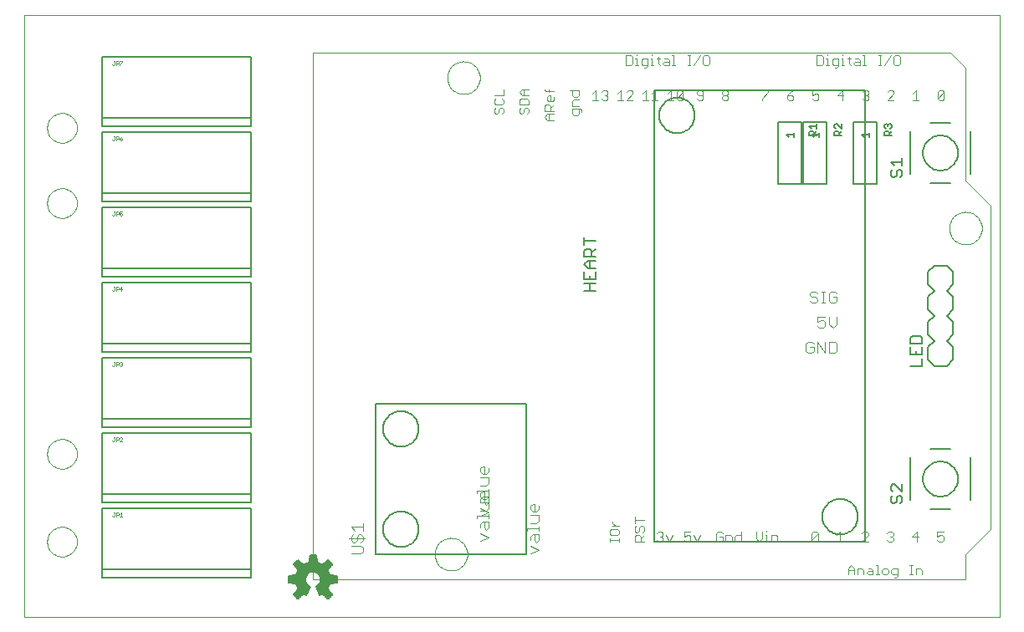
<source format=gbo>
G75*
%MOIN*%
%OFA0B0*%
%FSLAX24Y24*%
%IPPOS*%
%LPD*%
%AMOC8*
5,1,8,0,0,1.08239X$1,22.5*
%
%ADD10C,0.0000*%
%ADD11C,0.0030*%
%ADD12C,0.0080*%
%ADD13C,0.0010*%
%ADD14C,0.0050*%
%ADD15C,0.0040*%
%ADD16C,0.0059*%
D10*
X000180Y000180D02*
X000180Y024176D01*
X039050Y024176D01*
X039050Y000180D01*
X000180Y000180D01*
X001089Y003180D02*
X001091Y003228D01*
X001097Y003276D01*
X001107Y003323D01*
X001120Y003369D01*
X001138Y003414D01*
X001158Y003458D01*
X001183Y003500D01*
X001211Y003539D01*
X001241Y003576D01*
X001275Y003610D01*
X001312Y003642D01*
X001350Y003671D01*
X001391Y003696D01*
X001434Y003718D01*
X001479Y003736D01*
X001525Y003750D01*
X001572Y003761D01*
X001620Y003768D01*
X001668Y003771D01*
X001716Y003770D01*
X001764Y003765D01*
X001812Y003756D01*
X001858Y003744D01*
X001903Y003727D01*
X001947Y003707D01*
X001989Y003684D01*
X002029Y003657D01*
X002067Y003627D01*
X002102Y003594D01*
X002134Y003558D01*
X002164Y003520D01*
X002190Y003479D01*
X002212Y003436D01*
X002232Y003392D01*
X002247Y003347D01*
X002259Y003300D01*
X002267Y003252D01*
X002271Y003204D01*
X002271Y003156D01*
X002267Y003108D01*
X002259Y003060D01*
X002247Y003013D01*
X002232Y002968D01*
X002212Y002924D01*
X002190Y002881D01*
X002164Y002840D01*
X002134Y002802D01*
X002102Y002766D01*
X002067Y002733D01*
X002029Y002703D01*
X001989Y002676D01*
X001947Y002653D01*
X001903Y002633D01*
X001858Y002616D01*
X001812Y002604D01*
X001764Y002595D01*
X001716Y002590D01*
X001668Y002589D01*
X001620Y002592D01*
X001572Y002599D01*
X001525Y002610D01*
X001479Y002624D01*
X001434Y002642D01*
X001391Y002664D01*
X001350Y002689D01*
X001312Y002718D01*
X001275Y002750D01*
X001241Y002784D01*
X001211Y002821D01*
X001183Y002860D01*
X001158Y002902D01*
X001138Y002946D01*
X001120Y002991D01*
X001107Y003037D01*
X001097Y003084D01*
X001091Y003132D01*
X001089Y003180D01*
X001089Y006680D02*
X001091Y006728D01*
X001097Y006776D01*
X001107Y006823D01*
X001120Y006869D01*
X001138Y006914D01*
X001158Y006958D01*
X001183Y007000D01*
X001211Y007039D01*
X001241Y007076D01*
X001275Y007110D01*
X001312Y007142D01*
X001350Y007171D01*
X001391Y007196D01*
X001434Y007218D01*
X001479Y007236D01*
X001525Y007250D01*
X001572Y007261D01*
X001620Y007268D01*
X001668Y007271D01*
X001716Y007270D01*
X001764Y007265D01*
X001812Y007256D01*
X001858Y007244D01*
X001903Y007227D01*
X001947Y007207D01*
X001989Y007184D01*
X002029Y007157D01*
X002067Y007127D01*
X002102Y007094D01*
X002134Y007058D01*
X002164Y007020D01*
X002190Y006979D01*
X002212Y006936D01*
X002232Y006892D01*
X002247Y006847D01*
X002259Y006800D01*
X002267Y006752D01*
X002271Y006704D01*
X002271Y006656D01*
X002267Y006608D01*
X002259Y006560D01*
X002247Y006513D01*
X002232Y006468D01*
X002212Y006424D01*
X002190Y006381D01*
X002164Y006340D01*
X002134Y006302D01*
X002102Y006266D01*
X002067Y006233D01*
X002029Y006203D01*
X001989Y006176D01*
X001947Y006153D01*
X001903Y006133D01*
X001858Y006116D01*
X001812Y006104D01*
X001764Y006095D01*
X001716Y006090D01*
X001668Y006089D01*
X001620Y006092D01*
X001572Y006099D01*
X001525Y006110D01*
X001479Y006124D01*
X001434Y006142D01*
X001391Y006164D01*
X001350Y006189D01*
X001312Y006218D01*
X001275Y006250D01*
X001241Y006284D01*
X001211Y006321D01*
X001183Y006360D01*
X001158Y006402D01*
X001138Y006446D01*
X001120Y006491D01*
X001107Y006537D01*
X001097Y006584D01*
X001091Y006632D01*
X001089Y006680D01*
X011680Y001680D02*
X011680Y022680D01*
X037080Y022680D01*
X037680Y022080D01*
X037680Y017580D01*
X038680Y016580D01*
X038680Y003680D01*
X037680Y002680D01*
X037680Y001680D01*
X011680Y001680D01*
X016530Y002680D02*
X016532Y002730D01*
X016538Y002780D01*
X016548Y002830D01*
X016561Y002878D01*
X016578Y002926D01*
X016599Y002972D01*
X016623Y003016D01*
X016651Y003058D01*
X016682Y003098D01*
X016716Y003135D01*
X016753Y003170D01*
X016792Y003201D01*
X016833Y003230D01*
X016877Y003255D01*
X016923Y003277D01*
X016970Y003295D01*
X017018Y003309D01*
X017067Y003320D01*
X017117Y003327D01*
X017167Y003330D01*
X017218Y003329D01*
X017268Y003324D01*
X017318Y003315D01*
X017366Y003303D01*
X017414Y003286D01*
X017460Y003266D01*
X017505Y003243D01*
X017548Y003216D01*
X017588Y003186D01*
X017626Y003153D01*
X017661Y003117D01*
X017694Y003078D01*
X017723Y003037D01*
X017749Y002994D01*
X017772Y002949D01*
X017791Y002902D01*
X017806Y002854D01*
X017818Y002805D01*
X017826Y002755D01*
X017830Y002705D01*
X017830Y002655D01*
X017826Y002605D01*
X017818Y002555D01*
X017806Y002506D01*
X017791Y002458D01*
X017772Y002411D01*
X017749Y002366D01*
X017723Y002323D01*
X017694Y002282D01*
X017661Y002243D01*
X017626Y002207D01*
X017588Y002174D01*
X017548Y002144D01*
X017505Y002117D01*
X017460Y002094D01*
X017414Y002074D01*
X017366Y002057D01*
X017318Y002045D01*
X017268Y002036D01*
X017218Y002031D01*
X017167Y002030D01*
X017117Y002033D01*
X017067Y002040D01*
X017018Y002051D01*
X016970Y002065D01*
X016923Y002083D01*
X016877Y002105D01*
X016833Y002130D01*
X016792Y002159D01*
X016753Y002190D01*
X016716Y002225D01*
X016682Y002262D01*
X016651Y002302D01*
X016623Y002344D01*
X016599Y002388D01*
X016578Y002434D01*
X016561Y002482D01*
X016548Y002530D01*
X016538Y002580D01*
X016532Y002630D01*
X016530Y002680D01*
X037030Y015680D02*
X037032Y015730D01*
X037038Y015780D01*
X037048Y015830D01*
X037061Y015878D01*
X037078Y015926D01*
X037099Y015972D01*
X037123Y016016D01*
X037151Y016058D01*
X037182Y016098D01*
X037216Y016135D01*
X037253Y016170D01*
X037292Y016201D01*
X037333Y016230D01*
X037377Y016255D01*
X037423Y016277D01*
X037470Y016295D01*
X037518Y016309D01*
X037567Y016320D01*
X037617Y016327D01*
X037667Y016330D01*
X037718Y016329D01*
X037768Y016324D01*
X037818Y016315D01*
X037866Y016303D01*
X037914Y016286D01*
X037960Y016266D01*
X038005Y016243D01*
X038048Y016216D01*
X038088Y016186D01*
X038126Y016153D01*
X038161Y016117D01*
X038194Y016078D01*
X038223Y016037D01*
X038249Y015994D01*
X038272Y015949D01*
X038291Y015902D01*
X038306Y015854D01*
X038318Y015805D01*
X038326Y015755D01*
X038330Y015705D01*
X038330Y015655D01*
X038326Y015605D01*
X038318Y015555D01*
X038306Y015506D01*
X038291Y015458D01*
X038272Y015411D01*
X038249Y015366D01*
X038223Y015323D01*
X038194Y015282D01*
X038161Y015243D01*
X038126Y015207D01*
X038088Y015174D01*
X038048Y015144D01*
X038005Y015117D01*
X037960Y015094D01*
X037914Y015074D01*
X037866Y015057D01*
X037818Y015045D01*
X037768Y015036D01*
X037718Y015031D01*
X037667Y015030D01*
X037617Y015033D01*
X037567Y015040D01*
X037518Y015051D01*
X037470Y015065D01*
X037423Y015083D01*
X037377Y015105D01*
X037333Y015130D01*
X037292Y015159D01*
X037253Y015190D01*
X037216Y015225D01*
X037182Y015262D01*
X037151Y015302D01*
X037123Y015344D01*
X037099Y015388D01*
X037078Y015434D01*
X037061Y015482D01*
X037048Y015530D01*
X037038Y015580D01*
X037032Y015630D01*
X037030Y015680D01*
X017030Y021680D02*
X017032Y021730D01*
X017038Y021780D01*
X017048Y021830D01*
X017061Y021878D01*
X017078Y021926D01*
X017099Y021972D01*
X017123Y022016D01*
X017151Y022058D01*
X017182Y022098D01*
X017216Y022135D01*
X017253Y022170D01*
X017292Y022201D01*
X017333Y022230D01*
X017377Y022255D01*
X017423Y022277D01*
X017470Y022295D01*
X017518Y022309D01*
X017567Y022320D01*
X017617Y022327D01*
X017667Y022330D01*
X017718Y022329D01*
X017768Y022324D01*
X017818Y022315D01*
X017866Y022303D01*
X017914Y022286D01*
X017960Y022266D01*
X018005Y022243D01*
X018048Y022216D01*
X018088Y022186D01*
X018126Y022153D01*
X018161Y022117D01*
X018194Y022078D01*
X018223Y022037D01*
X018249Y021994D01*
X018272Y021949D01*
X018291Y021902D01*
X018306Y021854D01*
X018318Y021805D01*
X018326Y021755D01*
X018330Y021705D01*
X018330Y021655D01*
X018326Y021605D01*
X018318Y021555D01*
X018306Y021506D01*
X018291Y021458D01*
X018272Y021411D01*
X018249Y021366D01*
X018223Y021323D01*
X018194Y021282D01*
X018161Y021243D01*
X018126Y021207D01*
X018088Y021174D01*
X018048Y021144D01*
X018005Y021117D01*
X017960Y021094D01*
X017914Y021074D01*
X017866Y021057D01*
X017818Y021045D01*
X017768Y021036D01*
X017718Y021031D01*
X017667Y021030D01*
X017617Y021033D01*
X017567Y021040D01*
X017518Y021051D01*
X017470Y021065D01*
X017423Y021083D01*
X017377Y021105D01*
X017333Y021130D01*
X017292Y021159D01*
X017253Y021190D01*
X017216Y021225D01*
X017182Y021262D01*
X017151Y021302D01*
X017123Y021344D01*
X017099Y021388D01*
X017078Y021434D01*
X017061Y021482D01*
X017048Y021530D01*
X017038Y021580D01*
X017032Y021630D01*
X017030Y021680D01*
X001089Y019680D02*
X001091Y019728D01*
X001097Y019776D01*
X001107Y019823D01*
X001120Y019869D01*
X001138Y019914D01*
X001158Y019958D01*
X001183Y020000D01*
X001211Y020039D01*
X001241Y020076D01*
X001275Y020110D01*
X001312Y020142D01*
X001350Y020171D01*
X001391Y020196D01*
X001434Y020218D01*
X001479Y020236D01*
X001525Y020250D01*
X001572Y020261D01*
X001620Y020268D01*
X001668Y020271D01*
X001716Y020270D01*
X001764Y020265D01*
X001812Y020256D01*
X001858Y020244D01*
X001903Y020227D01*
X001947Y020207D01*
X001989Y020184D01*
X002029Y020157D01*
X002067Y020127D01*
X002102Y020094D01*
X002134Y020058D01*
X002164Y020020D01*
X002190Y019979D01*
X002212Y019936D01*
X002232Y019892D01*
X002247Y019847D01*
X002259Y019800D01*
X002267Y019752D01*
X002271Y019704D01*
X002271Y019656D01*
X002267Y019608D01*
X002259Y019560D01*
X002247Y019513D01*
X002232Y019468D01*
X002212Y019424D01*
X002190Y019381D01*
X002164Y019340D01*
X002134Y019302D01*
X002102Y019266D01*
X002067Y019233D01*
X002029Y019203D01*
X001989Y019176D01*
X001947Y019153D01*
X001903Y019133D01*
X001858Y019116D01*
X001812Y019104D01*
X001764Y019095D01*
X001716Y019090D01*
X001668Y019089D01*
X001620Y019092D01*
X001572Y019099D01*
X001525Y019110D01*
X001479Y019124D01*
X001434Y019142D01*
X001391Y019164D01*
X001350Y019189D01*
X001312Y019218D01*
X001275Y019250D01*
X001241Y019284D01*
X001211Y019321D01*
X001183Y019360D01*
X001158Y019402D01*
X001138Y019446D01*
X001120Y019491D01*
X001107Y019537D01*
X001097Y019584D01*
X001091Y019632D01*
X001089Y019680D01*
X001089Y016680D02*
X001091Y016728D01*
X001097Y016776D01*
X001107Y016823D01*
X001120Y016869D01*
X001138Y016914D01*
X001158Y016958D01*
X001183Y017000D01*
X001211Y017039D01*
X001241Y017076D01*
X001275Y017110D01*
X001312Y017142D01*
X001350Y017171D01*
X001391Y017196D01*
X001434Y017218D01*
X001479Y017236D01*
X001525Y017250D01*
X001572Y017261D01*
X001620Y017268D01*
X001668Y017271D01*
X001716Y017270D01*
X001764Y017265D01*
X001812Y017256D01*
X001858Y017244D01*
X001903Y017227D01*
X001947Y017207D01*
X001989Y017184D01*
X002029Y017157D01*
X002067Y017127D01*
X002102Y017094D01*
X002134Y017058D01*
X002164Y017020D01*
X002190Y016979D01*
X002212Y016936D01*
X002232Y016892D01*
X002247Y016847D01*
X002259Y016800D01*
X002267Y016752D01*
X002271Y016704D01*
X002271Y016656D01*
X002267Y016608D01*
X002259Y016560D01*
X002247Y016513D01*
X002232Y016468D01*
X002212Y016424D01*
X002190Y016381D01*
X002164Y016340D01*
X002134Y016302D01*
X002102Y016266D01*
X002067Y016233D01*
X002029Y016203D01*
X001989Y016176D01*
X001947Y016153D01*
X001903Y016133D01*
X001858Y016116D01*
X001812Y016104D01*
X001764Y016095D01*
X001716Y016090D01*
X001668Y016089D01*
X001620Y016092D01*
X001572Y016099D01*
X001525Y016110D01*
X001479Y016124D01*
X001434Y016142D01*
X001391Y016164D01*
X001350Y016189D01*
X001312Y016218D01*
X001275Y016250D01*
X001241Y016284D01*
X001211Y016321D01*
X001183Y016360D01*
X001158Y016402D01*
X001138Y016446D01*
X001120Y016491D01*
X001107Y016537D01*
X001097Y016584D01*
X001091Y016632D01*
X001089Y016680D01*
D11*
X018895Y020302D02*
X018956Y020240D01*
X019018Y020240D01*
X019080Y020302D01*
X019080Y020425D01*
X019142Y020487D01*
X019203Y020487D01*
X019265Y020425D01*
X019265Y020302D01*
X019203Y020240D01*
X018895Y020302D02*
X018895Y020425D01*
X018956Y020487D01*
X018956Y020608D02*
X019203Y020608D01*
X019265Y020670D01*
X019265Y020794D01*
X019203Y020855D01*
X019265Y020977D02*
X019265Y021224D01*
X019265Y020977D02*
X018895Y020977D01*
X018956Y020855D02*
X018895Y020794D01*
X018895Y020670D01*
X018956Y020608D01*
X019895Y020608D02*
X019895Y020794D01*
X019956Y020855D01*
X020203Y020855D01*
X020265Y020794D01*
X020265Y020608D01*
X019895Y020608D01*
X019956Y020487D02*
X019895Y020425D01*
X019895Y020302D01*
X019956Y020240D01*
X020018Y020240D01*
X020080Y020302D01*
X020080Y020425D01*
X020142Y020487D01*
X020203Y020487D01*
X020265Y020425D01*
X020265Y020302D01*
X020203Y020240D01*
X020895Y020118D02*
X021018Y020241D01*
X021265Y020241D01*
X021265Y020363D02*
X020895Y020363D01*
X020895Y020548D01*
X020956Y020610D01*
X021080Y020610D01*
X021142Y020548D01*
X021142Y020363D01*
X021142Y020486D02*
X021265Y020610D01*
X021203Y020731D02*
X021080Y020731D01*
X021018Y020793D01*
X021018Y020916D01*
X021080Y020978D01*
X021142Y020978D01*
X021142Y020731D01*
X021203Y020731D02*
X021265Y020793D01*
X021265Y020916D01*
X021265Y021161D02*
X020956Y021161D01*
X020895Y021223D01*
X021080Y021223D02*
X021080Y021099D01*
X021895Y021174D02*
X022265Y021174D01*
X022265Y020988D01*
X022203Y020927D01*
X022080Y020927D01*
X022018Y020988D01*
X022018Y021174D01*
X022080Y020805D02*
X022018Y020744D01*
X022018Y020558D01*
X022265Y020558D01*
X022265Y020437D02*
X022265Y020252D01*
X022203Y020190D01*
X022080Y020190D01*
X022018Y020252D01*
X022018Y020437D01*
X022327Y020437D01*
X022388Y020375D01*
X022388Y020313D01*
X022265Y020805D02*
X022080Y020805D01*
X022808Y020795D02*
X023055Y020795D01*
X022932Y020795D02*
X022932Y021165D01*
X022808Y021042D01*
X023177Y021104D02*
X023238Y021165D01*
X023362Y021165D01*
X023424Y021104D01*
X023424Y021042D01*
X023362Y020980D01*
X023424Y020918D01*
X023424Y020857D01*
X023362Y020795D01*
X023238Y020795D01*
X023177Y020857D01*
X023300Y020980D02*
X023362Y020980D01*
X023808Y021042D02*
X023932Y021165D01*
X023932Y020795D01*
X024055Y020795D02*
X023808Y020795D01*
X024177Y020795D02*
X024424Y021042D01*
X024424Y021104D01*
X024362Y021165D01*
X024238Y021165D01*
X024177Y021104D01*
X024177Y020795D02*
X024424Y020795D01*
X024808Y020795D02*
X025055Y020795D01*
X025177Y020795D02*
X025424Y020795D01*
X025300Y020795D02*
X025300Y021165D01*
X025177Y021042D01*
X024932Y021165D02*
X024932Y020795D01*
X024808Y021042D02*
X024932Y021165D01*
X025808Y021042D02*
X025932Y021165D01*
X025932Y020795D01*
X026055Y020795D02*
X025808Y020795D01*
X026177Y020857D02*
X026177Y021104D01*
X026238Y021165D01*
X026362Y021165D01*
X026424Y021104D01*
X026177Y020857D01*
X026238Y020795D01*
X026362Y020795D01*
X026424Y020857D01*
X026424Y021104D01*
X026977Y021104D02*
X026977Y021042D01*
X027038Y020980D01*
X027224Y020980D01*
X027224Y020857D02*
X027224Y021104D01*
X027162Y021165D01*
X027038Y021165D01*
X026977Y021104D01*
X026977Y020857D02*
X027038Y020795D01*
X027162Y020795D01*
X027224Y020857D01*
X027977Y020857D02*
X027977Y020918D01*
X028038Y020980D01*
X028162Y020980D01*
X028224Y020918D01*
X028224Y020857D01*
X028162Y020795D01*
X028038Y020795D01*
X027977Y020857D01*
X028038Y020980D02*
X027977Y021042D01*
X027977Y021104D01*
X028038Y021165D01*
X028162Y021165D01*
X028224Y021104D01*
X028224Y021042D01*
X028162Y020980D01*
X029577Y020857D02*
X029577Y020795D01*
X029577Y020857D02*
X029824Y021104D01*
X029824Y021165D01*
X029577Y021165D01*
X030577Y020980D02*
X030577Y020857D01*
X030638Y020795D01*
X030762Y020795D01*
X030824Y020857D01*
X030824Y020918D01*
X030762Y020980D01*
X030577Y020980D01*
X030700Y021104D01*
X030824Y021165D01*
X031577Y021165D02*
X031577Y020980D01*
X031700Y021042D01*
X031762Y021042D01*
X031824Y020980D01*
X031824Y020857D01*
X031762Y020795D01*
X031638Y020795D01*
X031577Y020857D01*
X031577Y021165D02*
X031824Y021165D01*
X032577Y020980D02*
X032824Y020980D01*
X032762Y020795D02*
X032762Y021165D01*
X032577Y020980D01*
X033577Y020857D02*
X033638Y020795D01*
X033762Y020795D01*
X033824Y020857D01*
X033824Y020918D01*
X033762Y020980D01*
X033700Y020980D01*
X033762Y020980D02*
X033824Y021042D01*
X033824Y021104D01*
X033762Y021165D01*
X033638Y021165D01*
X033577Y021104D01*
X034577Y021104D02*
X034638Y021165D01*
X034762Y021165D01*
X034824Y021104D01*
X034824Y021042D01*
X034577Y020795D01*
X034824Y020795D01*
X035577Y020795D02*
X035824Y020795D01*
X035700Y020795D02*
X035700Y021165D01*
X035577Y021042D01*
X036577Y021104D02*
X036577Y020857D01*
X036824Y021104D01*
X036824Y020857D01*
X036762Y020795D01*
X036638Y020795D01*
X036577Y020857D01*
X036577Y021104D02*
X036638Y021165D01*
X036762Y021165D01*
X036824Y021104D01*
X035061Y022257D02*
X034999Y022195D01*
X034876Y022195D01*
X034814Y022257D01*
X034814Y022504D01*
X034876Y022565D01*
X034999Y022565D01*
X035061Y022504D01*
X035061Y022257D01*
X034693Y022565D02*
X034446Y022195D01*
X034324Y022195D02*
X034200Y022195D01*
X034262Y022195D02*
X034262Y022565D01*
X034200Y022565D02*
X034324Y022565D01*
X033648Y022565D02*
X033648Y022195D01*
X033587Y022195D02*
X033710Y022195D01*
X033465Y022195D02*
X033280Y022195D01*
X033218Y022257D01*
X033280Y022318D01*
X033465Y022318D01*
X033465Y022380D02*
X033465Y022195D01*
X033465Y022380D02*
X033403Y022442D01*
X033280Y022442D01*
X033096Y022442D02*
X032973Y022442D01*
X033034Y022504D02*
X033034Y022257D01*
X033096Y022195D01*
X032851Y022195D02*
X032727Y022195D01*
X032789Y022195D02*
X032789Y022442D01*
X032727Y022442D01*
X032606Y022442D02*
X032421Y022442D01*
X032359Y022380D01*
X032359Y022257D01*
X032421Y022195D01*
X032606Y022195D01*
X032606Y022133D02*
X032606Y022442D01*
X032789Y022565D02*
X032789Y022627D01*
X032606Y022133D02*
X032544Y022072D01*
X032482Y022072D01*
X032237Y022195D02*
X032113Y022195D01*
X032175Y022195D02*
X032175Y022442D01*
X032113Y022442D01*
X031992Y022504D02*
X031930Y022565D01*
X031745Y022565D01*
X031745Y022195D01*
X031930Y022195D01*
X031992Y022257D01*
X031992Y022504D01*
X032175Y022565D02*
X032175Y022627D01*
X033587Y022565D02*
X033648Y022565D01*
X027461Y022504D02*
X027461Y022257D01*
X027399Y022195D01*
X027276Y022195D01*
X027214Y022257D01*
X027214Y022504D01*
X027276Y022565D01*
X027399Y022565D01*
X027461Y022504D01*
X027093Y022565D02*
X026846Y022195D01*
X026724Y022195D02*
X026600Y022195D01*
X026662Y022195D02*
X026662Y022565D01*
X026600Y022565D02*
X026724Y022565D01*
X026048Y022565D02*
X026048Y022195D01*
X025987Y022195D02*
X026110Y022195D01*
X025865Y022195D02*
X025680Y022195D01*
X025618Y022257D01*
X025680Y022318D01*
X025865Y022318D01*
X025865Y022380D02*
X025865Y022195D01*
X025865Y022380D02*
X025803Y022442D01*
X025680Y022442D01*
X025496Y022442D02*
X025373Y022442D01*
X025434Y022504D02*
X025434Y022257D01*
X025496Y022195D01*
X025251Y022195D02*
X025127Y022195D01*
X025189Y022195D02*
X025189Y022442D01*
X025127Y022442D01*
X025006Y022442D02*
X024821Y022442D01*
X024759Y022380D01*
X024759Y022257D01*
X024821Y022195D01*
X025006Y022195D01*
X025006Y022133D02*
X025006Y022442D01*
X025189Y022565D02*
X025189Y022627D01*
X024575Y022627D02*
X024575Y022565D01*
X024575Y022442D02*
X024575Y022195D01*
X024513Y022195D02*
X024637Y022195D01*
X024392Y022257D02*
X024392Y022504D01*
X024330Y022565D01*
X024145Y022565D01*
X024145Y022195D01*
X024330Y022195D01*
X024392Y022257D01*
X024513Y022442D02*
X024575Y022442D01*
X024882Y022072D02*
X024944Y022072D01*
X025006Y022133D01*
X025987Y022565D02*
X026048Y022565D01*
X021265Y019995D02*
X021018Y019995D01*
X020895Y020118D01*
X021080Y019995D02*
X021080Y020241D01*
X020265Y020977D02*
X020018Y020977D01*
X019895Y021100D01*
X020018Y021224D01*
X020265Y021224D01*
X020080Y021224D02*
X020080Y020977D01*
X024495Y004175D02*
X024495Y003928D01*
X024495Y004051D02*
X024865Y004051D01*
X024803Y003806D02*
X024742Y003806D01*
X024680Y003744D01*
X024680Y003621D01*
X024618Y003559D01*
X024556Y003559D01*
X024495Y003621D01*
X024495Y003744D01*
X024556Y003806D01*
X024803Y003806D02*
X024865Y003744D01*
X024865Y003621D01*
X024803Y003559D01*
X024865Y003438D02*
X024742Y003314D01*
X024742Y003376D02*
X024742Y003191D01*
X024865Y003191D02*
X024495Y003191D01*
X024495Y003376D01*
X024556Y003438D01*
X024680Y003438D01*
X024742Y003376D01*
X025377Y003257D02*
X025439Y003195D01*
X025562Y003195D01*
X025624Y003257D01*
X025624Y003318D01*
X025562Y003380D01*
X025500Y003380D01*
X025562Y003380D02*
X025624Y003442D01*
X025624Y003504D01*
X025562Y003565D01*
X025439Y003565D01*
X025377Y003504D01*
X025745Y003442D02*
X025869Y003195D01*
X025992Y003442D01*
X026477Y003380D02*
X026600Y003442D01*
X026662Y003442D01*
X026724Y003380D01*
X026724Y003257D01*
X026662Y003195D01*
X026539Y003195D01*
X026477Y003257D01*
X026477Y003380D02*
X026477Y003565D01*
X026724Y003565D01*
X026845Y003442D02*
X026969Y003195D01*
X027092Y003442D01*
X027749Y003504D02*
X027749Y003257D01*
X027811Y003195D01*
X027934Y003195D01*
X027996Y003257D01*
X027996Y003380D01*
X027872Y003380D01*
X027749Y003504D02*
X027811Y003565D01*
X027934Y003565D01*
X027996Y003504D01*
X028117Y003442D02*
X028302Y003442D01*
X028364Y003380D01*
X028364Y003195D01*
X028486Y003257D02*
X028486Y003380D01*
X028547Y003442D01*
X028732Y003442D01*
X028732Y003565D02*
X028732Y003195D01*
X028547Y003195D01*
X028486Y003257D01*
X028117Y003195D02*
X028117Y003442D01*
X029327Y003565D02*
X029327Y003318D01*
X029450Y003195D01*
X029574Y003318D01*
X029574Y003565D01*
X029695Y003442D02*
X029757Y003442D01*
X029757Y003195D01*
X029695Y003195D02*
X029819Y003195D01*
X029941Y003195D02*
X029941Y003442D01*
X030126Y003442D01*
X030188Y003380D01*
X030188Y003195D01*
X029757Y003565D02*
X029757Y003627D01*
X031545Y003504D02*
X031545Y003257D01*
X031792Y003504D01*
X031792Y003257D01*
X031730Y003195D01*
X031607Y003195D01*
X031545Y003257D01*
X031545Y003504D02*
X031607Y003565D01*
X031730Y003565D01*
X031792Y003504D01*
X032545Y003442D02*
X032668Y003565D01*
X032668Y003195D01*
X032545Y003195D02*
X032792Y003195D01*
X033545Y003195D02*
X033792Y003442D01*
X033792Y003504D01*
X033730Y003565D01*
X033607Y003565D01*
X033545Y003504D01*
X033545Y003195D02*
X033792Y003195D01*
X034545Y003257D02*
X034607Y003195D01*
X034730Y003195D01*
X034792Y003257D01*
X034792Y003318D01*
X034730Y003380D01*
X034668Y003380D01*
X034730Y003380D02*
X034792Y003442D01*
X034792Y003504D01*
X034730Y003565D01*
X034607Y003565D01*
X034545Y003504D01*
X035545Y003380D02*
X035792Y003380D01*
X035730Y003195D02*
X035730Y003565D01*
X035545Y003380D01*
X036545Y003380D02*
X036668Y003442D01*
X036730Y003442D01*
X036792Y003380D01*
X036792Y003257D01*
X036730Y003195D01*
X036607Y003195D01*
X036545Y003257D01*
X036545Y003380D02*
X036545Y003565D01*
X036792Y003565D01*
X035578Y002247D02*
X035454Y002247D01*
X035516Y002247D02*
X035516Y001877D01*
X035454Y001877D02*
X035578Y001877D01*
X035700Y001877D02*
X035700Y002124D01*
X035885Y002124D01*
X035947Y002062D01*
X035947Y001877D01*
X034965Y001877D02*
X034779Y001877D01*
X034718Y001939D01*
X034718Y002062D01*
X034779Y002124D01*
X034965Y002124D01*
X034965Y001815D01*
X034903Y001754D01*
X034841Y001754D01*
X034596Y001939D02*
X034596Y002062D01*
X034535Y002124D01*
X034411Y002124D01*
X034349Y002062D01*
X034349Y001939D01*
X034411Y001877D01*
X034535Y001877D01*
X034596Y001939D01*
X034227Y001877D02*
X034104Y001877D01*
X034166Y001877D02*
X034166Y002247D01*
X034104Y002247D01*
X033921Y002124D02*
X033797Y002124D01*
X033797Y002000D02*
X033982Y002000D01*
X033982Y002062D02*
X033982Y001877D01*
X033797Y001877D01*
X033736Y001939D01*
X033797Y002000D01*
X033921Y002124D02*
X033982Y002062D01*
X033614Y002062D02*
X033614Y001877D01*
X033614Y002062D02*
X033552Y002124D01*
X033367Y002124D01*
X033367Y001877D01*
X033246Y001877D02*
X033246Y002124D01*
X033122Y002247D01*
X032999Y002124D01*
X032999Y001877D01*
X032999Y002062D02*
X033246Y002062D01*
X023865Y003191D02*
X023865Y003314D01*
X023865Y003253D02*
X023495Y003253D01*
X023495Y003314D02*
X023495Y003191D01*
X023556Y003437D02*
X023803Y003437D01*
X023865Y003498D01*
X023865Y003622D01*
X023803Y003683D01*
X023556Y003683D01*
X023495Y003622D01*
X023495Y003498D01*
X023556Y003437D01*
X023618Y003805D02*
X023865Y003805D01*
X023742Y003805D02*
X023618Y003928D01*
X023618Y003990D01*
D12*
X035480Y004830D02*
X035480Y006530D01*
X036287Y006880D02*
X037080Y006880D01*
X037880Y006530D02*
X037880Y004830D01*
X037080Y004480D02*
X036275Y004480D01*
X035980Y005680D02*
X035982Y005732D01*
X035988Y005784D01*
X035998Y005836D01*
X036011Y005886D01*
X036028Y005936D01*
X036049Y005984D01*
X036074Y006030D01*
X036102Y006074D01*
X036133Y006116D01*
X036167Y006156D01*
X036204Y006193D01*
X036244Y006227D01*
X036286Y006258D01*
X036330Y006286D01*
X036376Y006311D01*
X036424Y006332D01*
X036474Y006349D01*
X036524Y006362D01*
X036576Y006372D01*
X036628Y006378D01*
X036680Y006380D01*
X036732Y006378D01*
X036784Y006372D01*
X036836Y006362D01*
X036886Y006349D01*
X036936Y006332D01*
X036984Y006311D01*
X037030Y006286D01*
X037074Y006258D01*
X037116Y006227D01*
X037156Y006193D01*
X037193Y006156D01*
X037227Y006116D01*
X037258Y006074D01*
X037286Y006030D01*
X037311Y005984D01*
X037332Y005936D01*
X037349Y005886D01*
X037362Y005836D01*
X037372Y005784D01*
X037378Y005732D01*
X037380Y005680D01*
X037378Y005628D01*
X037372Y005576D01*
X037362Y005524D01*
X037349Y005474D01*
X037332Y005424D01*
X037311Y005376D01*
X037286Y005330D01*
X037258Y005286D01*
X037227Y005244D01*
X037193Y005204D01*
X037156Y005167D01*
X037116Y005133D01*
X037074Y005102D01*
X037030Y005074D01*
X036984Y005049D01*
X036936Y005028D01*
X036886Y005011D01*
X036836Y004998D01*
X036784Y004988D01*
X036732Y004982D01*
X036680Y004980D01*
X036628Y004982D01*
X036576Y004988D01*
X036524Y004998D01*
X036474Y005011D01*
X036424Y005028D01*
X036376Y005049D01*
X036330Y005074D01*
X036286Y005102D01*
X036244Y005133D01*
X036204Y005167D01*
X036167Y005204D01*
X036133Y005244D01*
X036102Y005286D01*
X036074Y005330D01*
X036049Y005376D01*
X036028Y005424D01*
X036011Y005474D01*
X035998Y005524D01*
X035988Y005576D01*
X035982Y005628D01*
X035980Y005680D01*
X036430Y010180D02*
X036180Y010430D01*
X036180Y010930D01*
X036430Y011180D01*
X036180Y011430D01*
X036180Y011930D01*
X036430Y012180D01*
X036180Y012430D01*
X036180Y012930D01*
X036430Y013180D01*
X036180Y013430D01*
X036180Y013930D01*
X036430Y014180D01*
X036930Y014180D01*
X037180Y013930D01*
X037180Y013430D01*
X036930Y013180D01*
X037180Y012930D01*
X037180Y012430D01*
X036930Y012180D01*
X037180Y011930D01*
X037180Y011430D01*
X036930Y011180D01*
X037180Y010930D01*
X037180Y010430D01*
X036930Y010180D01*
X036430Y010180D01*
X036275Y017480D02*
X037080Y017480D01*
X037880Y017830D02*
X037880Y019530D01*
X037080Y019880D02*
X036287Y019880D01*
X035480Y019530D02*
X035480Y017830D01*
X035980Y018680D02*
X035982Y018732D01*
X035988Y018784D01*
X035998Y018836D01*
X036011Y018886D01*
X036028Y018936D01*
X036049Y018984D01*
X036074Y019030D01*
X036102Y019074D01*
X036133Y019116D01*
X036167Y019156D01*
X036204Y019193D01*
X036244Y019227D01*
X036286Y019258D01*
X036330Y019286D01*
X036376Y019311D01*
X036424Y019332D01*
X036474Y019349D01*
X036524Y019362D01*
X036576Y019372D01*
X036628Y019378D01*
X036680Y019380D01*
X036732Y019378D01*
X036784Y019372D01*
X036836Y019362D01*
X036886Y019349D01*
X036936Y019332D01*
X036984Y019311D01*
X037030Y019286D01*
X037074Y019258D01*
X037116Y019227D01*
X037156Y019193D01*
X037193Y019156D01*
X037227Y019116D01*
X037258Y019074D01*
X037286Y019030D01*
X037311Y018984D01*
X037332Y018936D01*
X037349Y018886D01*
X037362Y018836D01*
X037372Y018784D01*
X037378Y018732D01*
X037380Y018680D01*
X037378Y018628D01*
X037372Y018576D01*
X037362Y018524D01*
X037349Y018474D01*
X037332Y018424D01*
X037311Y018376D01*
X037286Y018330D01*
X037258Y018286D01*
X037227Y018244D01*
X037193Y018204D01*
X037156Y018167D01*
X037116Y018133D01*
X037074Y018102D01*
X037030Y018074D01*
X036984Y018049D01*
X036936Y018028D01*
X036886Y018011D01*
X036836Y017998D01*
X036784Y017988D01*
X036732Y017982D01*
X036680Y017980D01*
X036628Y017982D01*
X036576Y017988D01*
X036524Y017998D01*
X036474Y018011D01*
X036424Y018028D01*
X036376Y018049D01*
X036330Y018074D01*
X036286Y018102D01*
X036244Y018133D01*
X036204Y018167D01*
X036167Y018204D01*
X036133Y018244D01*
X036102Y018286D01*
X036074Y018330D01*
X036049Y018376D01*
X036028Y018424D01*
X036011Y018474D01*
X035998Y018524D01*
X035988Y018576D01*
X035982Y018628D01*
X035980Y018680D01*
X034152Y017440D02*
X033208Y017440D01*
X033208Y019920D01*
X034152Y019920D01*
X034152Y017440D01*
X032152Y017440D02*
X031208Y017440D01*
X031208Y019920D01*
X032152Y019920D01*
X032152Y017440D01*
X031152Y017440D02*
X030208Y017440D01*
X030208Y019920D01*
X031152Y019920D01*
X031152Y017440D01*
X009219Y017078D02*
X009219Y016763D01*
X003274Y016763D01*
X003274Y017078D01*
X009219Y017078D01*
X009219Y019519D01*
X003274Y019519D01*
X003274Y017078D01*
X003274Y016519D02*
X003274Y014078D01*
X009219Y014078D01*
X009219Y013763D01*
X003274Y013763D01*
X003274Y014078D01*
X003274Y013519D02*
X003274Y011078D01*
X009219Y011078D01*
X009219Y010763D01*
X003274Y010763D01*
X003274Y011078D01*
X003274Y010519D02*
X003274Y008078D01*
X009219Y008078D01*
X009219Y007763D01*
X003274Y007763D01*
X003274Y008078D01*
X003274Y007519D02*
X003274Y005078D01*
X009219Y005078D01*
X009219Y004763D01*
X003274Y004763D01*
X003274Y005078D01*
X003274Y004519D02*
X003274Y002078D01*
X009219Y002078D01*
X009219Y001763D01*
X003274Y001763D01*
X003274Y002078D01*
X003274Y004519D02*
X009219Y004519D01*
X009219Y002078D01*
X009219Y005078D02*
X009219Y007519D01*
X003274Y007519D01*
X003274Y010519D02*
X009219Y010519D01*
X009219Y008078D01*
X009219Y011078D02*
X009219Y013519D01*
X003274Y013519D01*
X003274Y016519D02*
X009219Y016519D01*
X009219Y014078D01*
X009219Y019763D02*
X003274Y019763D01*
X003274Y020078D01*
X009219Y020078D01*
X009219Y019763D01*
X009219Y020078D02*
X009219Y022519D01*
X003274Y022519D01*
X003274Y020078D01*
D13*
X003735Y019335D02*
X003785Y019335D01*
X003760Y019335D02*
X003760Y019210D01*
X003735Y019185D01*
X003710Y019185D01*
X003685Y019210D01*
X003832Y019185D02*
X003832Y019335D01*
X003907Y019335D01*
X003932Y019310D01*
X003932Y019260D01*
X003907Y019235D01*
X003832Y019235D01*
X003980Y019260D02*
X003980Y019210D01*
X004005Y019185D01*
X004055Y019185D01*
X004080Y019210D01*
X004080Y019235D01*
X004055Y019260D01*
X003980Y019260D01*
X004030Y019310D01*
X004080Y019335D01*
X003980Y022185D02*
X003980Y022210D01*
X004080Y022310D01*
X004080Y022335D01*
X003980Y022335D01*
X003932Y022310D02*
X003932Y022260D01*
X003907Y022235D01*
X003832Y022235D01*
X003832Y022185D02*
X003832Y022335D01*
X003907Y022335D01*
X003932Y022310D01*
X003785Y022335D02*
X003735Y022335D01*
X003760Y022335D02*
X003760Y022210D01*
X003735Y022185D01*
X003710Y022185D01*
X003685Y022210D01*
X003735Y016335D02*
X003785Y016335D01*
X003760Y016335D02*
X003760Y016210D01*
X003735Y016185D01*
X003710Y016185D01*
X003685Y016210D01*
X003832Y016185D02*
X003832Y016335D01*
X003907Y016335D01*
X003932Y016310D01*
X003932Y016260D01*
X003907Y016235D01*
X003832Y016235D01*
X003980Y016210D02*
X004005Y016185D01*
X004055Y016185D01*
X004080Y016210D01*
X004080Y016260D01*
X004055Y016285D01*
X004030Y016285D01*
X003980Y016260D01*
X003980Y016335D01*
X004080Y016335D01*
X004055Y013335D02*
X003980Y013260D01*
X004080Y013260D01*
X004055Y013185D02*
X004055Y013335D01*
X003932Y013310D02*
X003932Y013260D01*
X003907Y013235D01*
X003832Y013235D01*
X003832Y013185D02*
X003832Y013335D01*
X003907Y013335D01*
X003932Y013310D01*
X003785Y013335D02*
X003735Y013335D01*
X003760Y013335D02*
X003760Y013210D01*
X003735Y013185D01*
X003710Y013185D01*
X003685Y013210D01*
X003735Y010335D02*
X003785Y010335D01*
X003760Y010335D02*
X003760Y010210D01*
X003735Y010185D01*
X003710Y010185D01*
X003685Y010210D01*
X003832Y010185D02*
X003832Y010335D01*
X003907Y010335D01*
X003932Y010310D01*
X003932Y010260D01*
X003907Y010235D01*
X003832Y010235D01*
X003980Y010210D02*
X004005Y010185D01*
X004055Y010185D01*
X004080Y010210D01*
X004080Y010235D01*
X004055Y010260D01*
X004030Y010260D01*
X004055Y010260D02*
X004080Y010285D01*
X004080Y010310D01*
X004055Y010335D01*
X004005Y010335D01*
X003980Y010310D01*
X004005Y007335D02*
X003980Y007310D01*
X004005Y007335D02*
X004055Y007335D01*
X004080Y007310D01*
X004080Y007285D01*
X003980Y007185D01*
X004080Y007185D01*
X003932Y007260D02*
X003932Y007310D01*
X003907Y007335D01*
X003832Y007335D01*
X003832Y007185D01*
X003832Y007235D02*
X003907Y007235D01*
X003932Y007260D01*
X003785Y007335D02*
X003735Y007335D01*
X003760Y007335D02*
X003760Y007210D01*
X003735Y007185D01*
X003710Y007185D01*
X003685Y007210D01*
X003735Y004335D02*
X003785Y004335D01*
X003760Y004335D02*
X003760Y004210D01*
X003735Y004185D01*
X003710Y004185D01*
X003685Y004210D01*
X003832Y004185D02*
X003832Y004335D01*
X003907Y004335D01*
X003932Y004310D01*
X003932Y004260D01*
X003907Y004235D01*
X003832Y004235D01*
X003980Y004185D02*
X004080Y004185D01*
X004030Y004185D02*
X004030Y004335D01*
X003980Y004285D01*
D14*
X014180Y002680D02*
X020180Y002680D01*
X020180Y008680D01*
X014180Y008680D01*
X014180Y002680D01*
X014473Y003680D02*
X014475Y003733D01*
X014481Y003785D01*
X014491Y003837D01*
X014504Y003888D01*
X014522Y003938D01*
X014543Y003987D01*
X014568Y004034D01*
X014596Y004078D01*
X014627Y004121D01*
X014662Y004161D01*
X014699Y004198D01*
X014739Y004233D01*
X014782Y004264D01*
X014827Y004292D01*
X014873Y004317D01*
X014922Y004338D01*
X014972Y004356D01*
X015023Y004369D01*
X015075Y004379D01*
X015127Y004385D01*
X015180Y004387D01*
X015233Y004385D01*
X015285Y004379D01*
X015337Y004369D01*
X015388Y004356D01*
X015438Y004338D01*
X015487Y004317D01*
X015534Y004292D01*
X015578Y004264D01*
X015621Y004233D01*
X015661Y004198D01*
X015698Y004161D01*
X015733Y004121D01*
X015764Y004078D01*
X015792Y004033D01*
X015817Y003987D01*
X015838Y003938D01*
X015856Y003888D01*
X015869Y003837D01*
X015879Y003785D01*
X015885Y003733D01*
X015887Y003680D01*
X015885Y003627D01*
X015879Y003575D01*
X015869Y003523D01*
X015856Y003472D01*
X015838Y003422D01*
X015817Y003373D01*
X015792Y003326D01*
X015764Y003282D01*
X015733Y003239D01*
X015698Y003199D01*
X015661Y003162D01*
X015621Y003127D01*
X015578Y003096D01*
X015533Y003068D01*
X015487Y003043D01*
X015438Y003022D01*
X015388Y003004D01*
X015337Y002991D01*
X015285Y002981D01*
X015233Y002975D01*
X015180Y002973D01*
X015127Y002975D01*
X015075Y002981D01*
X015023Y002991D01*
X014972Y003004D01*
X014922Y003022D01*
X014873Y003043D01*
X014826Y003068D01*
X014782Y003096D01*
X014739Y003127D01*
X014699Y003162D01*
X014662Y003199D01*
X014627Y003239D01*
X014596Y003282D01*
X014568Y003327D01*
X014543Y003373D01*
X014522Y003422D01*
X014504Y003472D01*
X014491Y003523D01*
X014481Y003575D01*
X014475Y003627D01*
X014473Y003680D01*
X014473Y007680D02*
X014475Y007733D01*
X014481Y007785D01*
X014491Y007837D01*
X014504Y007888D01*
X014522Y007938D01*
X014543Y007987D01*
X014568Y008034D01*
X014596Y008078D01*
X014627Y008121D01*
X014662Y008161D01*
X014699Y008198D01*
X014739Y008233D01*
X014782Y008264D01*
X014827Y008292D01*
X014873Y008317D01*
X014922Y008338D01*
X014972Y008356D01*
X015023Y008369D01*
X015075Y008379D01*
X015127Y008385D01*
X015180Y008387D01*
X015233Y008385D01*
X015285Y008379D01*
X015337Y008369D01*
X015388Y008356D01*
X015438Y008338D01*
X015487Y008317D01*
X015534Y008292D01*
X015578Y008264D01*
X015621Y008233D01*
X015661Y008198D01*
X015698Y008161D01*
X015733Y008121D01*
X015764Y008078D01*
X015792Y008033D01*
X015817Y007987D01*
X015838Y007938D01*
X015856Y007888D01*
X015869Y007837D01*
X015879Y007785D01*
X015885Y007733D01*
X015887Y007680D01*
X015885Y007627D01*
X015879Y007575D01*
X015869Y007523D01*
X015856Y007472D01*
X015838Y007422D01*
X015817Y007373D01*
X015792Y007326D01*
X015764Y007282D01*
X015733Y007239D01*
X015698Y007199D01*
X015661Y007162D01*
X015621Y007127D01*
X015578Y007096D01*
X015533Y007068D01*
X015487Y007043D01*
X015438Y007022D01*
X015388Y007004D01*
X015337Y006991D01*
X015285Y006981D01*
X015233Y006975D01*
X015180Y006973D01*
X015127Y006975D01*
X015075Y006981D01*
X015023Y006991D01*
X014972Y007004D01*
X014922Y007022D01*
X014873Y007043D01*
X014826Y007068D01*
X014782Y007096D01*
X014739Y007127D01*
X014699Y007162D01*
X014662Y007199D01*
X014627Y007239D01*
X014596Y007282D01*
X014568Y007327D01*
X014543Y007373D01*
X014522Y007422D01*
X014504Y007472D01*
X014491Y007523D01*
X014481Y007575D01*
X014475Y007627D01*
X014473Y007680D01*
X022485Y013175D02*
X022935Y013175D01*
X022710Y013175D02*
X022710Y013475D01*
X022710Y013635D02*
X022710Y013786D01*
X022935Y013635D02*
X022935Y013936D01*
X022935Y014096D02*
X022635Y014096D01*
X022485Y014246D01*
X022635Y014396D01*
X022935Y014396D01*
X022935Y014556D02*
X022485Y014556D01*
X022485Y014781D01*
X022560Y014856D01*
X022710Y014856D01*
X022785Y014781D01*
X022785Y014556D01*
X022785Y014706D02*
X022935Y014856D01*
X022485Y015017D02*
X022485Y015317D01*
X022485Y015167D02*
X022935Y015167D01*
X022710Y014396D02*
X022710Y014096D01*
X022485Y013936D02*
X022485Y013635D01*
X022935Y013635D01*
X022935Y013475D02*
X022485Y013475D01*
X030555Y019400D02*
X030825Y019400D01*
X030825Y019310D02*
X030825Y019491D01*
X030645Y019310D02*
X030555Y019400D01*
X031455Y019366D02*
X031455Y019501D01*
X031500Y019546D01*
X031590Y019546D01*
X031635Y019501D01*
X031635Y019366D01*
X031645Y019310D02*
X031555Y019400D01*
X031825Y019400D01*
X031825Y019310D02*
X031825Y019491D01*
X031725Y019546D02*
X031635Y019456D01*
X031725Y019366D02*
X031455Y019366D01*
X031545Y019660D02*
X031455Y019750D01*
X031725Y019750D01*
X031725Y019660D02*
X031725Y019841D01*
X032455Y019795D02*
X032455Y019705D01*
X032500Y019660D01*
X032500Y019546D02*
X032590Y019546D01*
X032635Y019501D01*
X032635Y019366D01*
X032635Y019456D02*
X032725Y019546D01*
X032725Y019660D02*
X032545Y019841D01*
X032500Y019841D01*
X032455Y019795D01*
X032500Y019546D02*
X032455Y019501D01*
X032455Y019366D01*
X032725Y019366D01*
X032725Y019660D02*
X032725Y019841D01*
X033555Y019400D02*
X033825Y019400D01*
X033825Y019310D02*
X033825Y019491D01*
X033645Y019310D02*
X033555Y019400D01*
X034455Y019366D02*
X034455Y019501D01*
X034500Y019546D01*
X034590Y019546D01*
X034635Y019501D01*
X034635Y019366D01*
X034635Y019456D02*
X034725Y019546D01*
X034680Y019660D02*
X034725Y019705D01*
X034725Y019795D01*
X034680Y019841D01*
X034635Y019841D01*
X034590Y019795D01*
X034590Y019750D01*
X034590Y019795D02*
X034545Y019841D01*
X034500Y019841D01*
X034455Y019795D01*
X034455Y019705D01*
X034500Y019660D01*
X034455Y019366D02*
X034725Y019366D01*
X035155Y018466D02*
X035155Y018165D01*
X035155Y018316D02*
X034705Y018316D01*
X034855Y018165D01*
X034780Y018005D02*
X034705Y017930D01*
X034705Y017780D01*
X034780Y017705D01*
X034855Y017705D01*
X034930Y017780D01*
X034930Y017930D01*
X035005Y018005D01*
X035080Y018005D01*
X035155Y017930D01*
X035155Y017780D01*
X035080Y017705D01*
X033680Y021180D02*
X025280Y021180D01*
X025280Y003180D01*
X033680Y003180D01*
X033680Y021180D01*
X025473Y020180D02*
X025475Y020233D01*
X025481Y020285D01*
X025491Y020337D01*
X025504Y020388D01*
X025522Y020438D01*
X025543Y020487D01*
X025568Y020534D01*
X025596Y020578D01*
X025627Y020621D01*
X025662Y020661D01*
X025699Y020698D01*
X025739Y020733D01*
X025782Y020764D01*
X025827Y020792D01*
X025873Y020817D01*
X025922Y020838D01*
X025972Y020856D01*
X026023Y020869D01*
X026075Y020879D01*
X026127Y020885D01*
X026180Y020887D01*
X026233Y020885D01*
X026285Y020879D01*
X026337Y020869D01*
X026388Y020856D01*
X026438Y020838D01*
X026487Y020817D01*
X026534Y020792D01*
X026578Y020764D01*
X026621Y020733D01*
X026661Y020698D01*
X026698Y020661D01*
X026733Y020621D01*
X026764Y020578D01*
X026792Y020533D01*
X026817Y020487D01*
X026838Y020438D01*
X026856Y020388D01*
X026869Y020337D01*
X026879Y020285D01*
X026885Y020233D01*
X026887Y020180D01*
X026885Y020127D01*
X026879Y020075D01*
X026869Y020023D01*
X026856Y019972D01*
X026838Y019922D01*
X026817Y019873D01*
X026792Y019826D01*
X026764Y019782D01*
X026733Y019739D01*
X026698Y019699D01*
X026661Y019662D01*
X026621Y019627D01*
X026578Y019596D01*
X026533Y019568D01*
X026487Y019543D01*
X026438Y019522D01*
X026388Y019504D01*
X026337Y019491D01*
X026285Y019481D01*
X026233Y019475D01*
X026180Y019473D01*
X026127Y019475D01*
X026075Y019481D01*
X026023Y019491D01*
X025972Y019504D01*
X025922Y019522D01*
X025873Y019543D01*
X025826Y019568D01*
X025782Y019596D01*
X025739Y019627D01*
X025699Y019662D01*
X025662Y019699D01*
X025627Y019739D01*
X025596Y019782D01*
X025568Y019827D01*
X025543Y019873D01*
X025522Y019922D01*
X025504Y019972D01*
X025491Y020023D01*
X025481Y020075D01*
X025475Y020127D01*
X025473Y020180D01*
X035485Y011321D02*
X035485Y011096D01*
X035935Y011096D01*
X035935Y011321D01*
X035860Y011396D01*
X035560Y011396D01*
X035485Y011321D01*
X035485Y010936D02*
X035485Y010635D01*
X035935Y010635D01*
X035935Y010936D01*
X035710Y010786D02*
X035710Y010635D01*
X035935Y010475D02*
X035935Y010175D01*
X035485Y010175D01*
X035155Y005466D02*
X035155Y005165D01*
X034855Y005466D01*
X034780Y005466D01*
X034705Y005391D01*
X034705Y005240D01*
X034780Y005165D01*
X034780Y005005D02*
X034705Y004930D01*
X034705Y004780D01*
X034780Y004705D01*
X034855Y004705D01*
X034930Y004780D01*
X034930Y004930D01*
X035005Y005005D01*
X035080Y005005D01*
X035155Y004930D01*
X035155Y004780D01*
X035080Y004705D01*
X031973Y004180D02*
X031975Y004233D01*
X031981Y004285D01*
X031991Y004337D01*
X032004Y004388D01*
X032022Y004438D01*
X032043Y004487D01*
X032068Y004534D01*
X032096Y004578D01*
X032127Y004621D01*
X032162Y004661D01*
X032199Y004698D01*
X032239Y004733D01*
X032282Y004764D01*
X032327Y004792D01*
X032373Y004817D01*
X032422Y004838D01*
X032472Y004856D01*
X032523Y004869D01*
X032575Y004879D01*
X032627Y004885D01*
X032680Y004887D01*
X032733Y004885D01*
X032785Y004879D01*
X032837Y004869D01*
X032888Y004856D01*
X032938Y004838D01*
X032987Y004817D01*
X033034Y004792D01*
X033078Y004764D01*
X033121Y004733D01*
X033161Y004698D01*
X033198Y004661D01*
X033233Y004621D01*
X033264Y004578D01*
X033292Y004533D01*
X033317Y004487D01*
X033338Y004438D01*
X033356Y004388D01*
X033369Y004337D01*
X033379Y004285D01*
X033385Y004233D01*
X033387Y004180D01*
X033385Y004127D01*
X033379Y004075D01*
X033369Y004023D01*
X033356Y003972D01*
X033338Y003922D01*
X033317Y003873D01*
X033292Y003826D01*
X033264Y003782D01*
X033233Y003739D01*
X033198Y003699D01*
X033161Y003662D01*
X033121Y003627D01*
X033078Y003596D01*
X033033Y003568D01*
X032987Y003543D01*
X032938Y003522D01*
X032888Y003504D01*
X032837Y003491D01*
X032785Y003481D01*
X032733Y003475D01*
X032680Y003473D01*
X032627Y003475D01*
X032575Y003481D01*
X032523Y003491D01*
X032472Y003504D01*
X032422Y003522D01*
X032373Y003543D01*
X032326Y003568D01*
X032282Y003596D01*
X032239Y003627D01*
X032199Y003662D01*
X032162Y003699D01*
X032127Y003739D01*
X032096Y003782D01*
X032068Y003827D01*
X032043Y003873D01*
X032022Y003922D01*
X032004Y003972D01*
X031991Y004023D01*
X031981Y004075D01*
X031975Y004127D01*
X031973Y004180D01*
D15*
X032086Y010700D02*
X032086Y011160D01*
X032240Y011160D02*
X032470Y011160D01*
X032547Y011084D01*
X032547Y010777D01*
X032470Y010700D01*
X032240Y010700D01*
X032240Y011160D01*
X031779Y011160D02*
X032086Y010700D01*
X031779Y010700D02*
X031779Y011160D01*
X031626Y011084D02*
X031549Y011160D01*
X031396Y011160D01*
X031319Y011084D01*
X031319Y010777D01*
X031396Y010700D01*
X031549Y010700D01*
X031626Y010777D01*
X031626Y010930D01*
X031472Y010930D01*
X031856Y011700D02*
X031779Y011777D01*
X031856Y011700D02*
X032009Y011700D01*
X032086Y011777D01*
X032086Y011930D01*
X032009Y012007D01*
X031933Y012007D01*
X031779Y011930D01*
X031779Y012160D01*
X032086Y012160D01*
X032240Y012160D02*
X032240Y011853D01*
X032393Y011700D01*
X032547Y011853D01*
X032547Y012160D01*
X032470Y012700D02*
X032547Y012777D01*
X032547Y012930D01*
X032393Y012930D01*
X032240Y012777D02*
X032316Y012700D01*
X032470Y012700D01*
X032240Y012777D02*
X032240Y013084D01*
X032316Y013160D01*
X032470Y013160D01*
X032547Y013084D01*
X032086Y013160D02*
X031933Y013160D01*
X032009Y013160D02*
X032009Y012700D01*
X031933Y012700D02*
X032086Y012700D01*
X031779Y012777D02*
X031702Y012700D01*
X031549Y012700D01*
X031472Y012777D01*
X031549Y012930D02*
X031472Y013007D01*
X031472Y013084D01*
X031549Y013160D01*
X031702Y013160D01*
X031779Y013084D01*
X031702Y012930D02*
X031779Y012853D01*
X031779Y012777D01*
X031702Y012930D02*
X031549Y012930D01*
X018660Y006118D02*
X018660Y005965D01*
X018583Y005888D01*
X018430Y005888D01*
X018353Y005965D01*
X018353Y006118D01*
X018430Y006195D01*
X018507Y006195D01*
X018507Y005888D01*
X018660Y005735D02*
X018353Y005735D01*
X018660Y005735D02*
X018660Y005504D01*
X018583Y005428D01*
X018353Y005428D01*
X018430Y005195D02*
X018507Y005195D01*
X018507Y004888D01*
X018507Y005195D01*
X018430Y005195D01*
X018353Y005118D01*
X018353Y004965D01*
X018430Y004888D01*
X018583Y004888D01*
X018660Y004965D01*
X018660Y005118D01*
X018660Y004965D01*
X018583Y004888D01*
X018430Y004888D01*
X018353Y004965D01*
X018353Y005118D01*
X018430Y005195D01*
X018430Y004967D02*
X018660Y004967D01*
X018660Y004737D01*
X018583Y004660D01*
X018507Y004737D01*
X018507Y004967D01*
X018430Y004967D02*
X018353Y004891D01*
X018353Y004737D01*
X018353Y004735D02*
X018660Y004735D01*
X018660Y004504D01*
X018583Y004428D01*
X018353Y004428D01*
X018583Y004428D01*
X018660Y004504D01*
X018660Y004735D01*
X018353Y004735D01*
X018353Y004507D02*
X018660Y004353D01*
X018353Y004200D01*
X018200Y004198D02*
X018660Y004198D01*
X018200Y004198D01*
X018200Y004121D01*
X018200Y004198D01*
X018430Y003967D02*
X018660Y003967D01*
X018660Y003737D01*
X018583Y003660D01*
X018507Y003737D01*
X018507Y003967D01*
X018507Y003737D01*
X018583Y003660D01*
X018660Y003737D01*
X018660Y003967D01*
X018430Y003967D01*
X018353Y003891D01*
X018353Y003737D01*
X018353Y003891D01*
X018430Y003967D01*
X018660Y004121D02*
X018660Y004274D01*
X018660Y004121D01*
X018353Y003507D02*
X018660Y003353D01*
X018353Y003200D01*
X018660Y003353D01*
X018353Y003507D01*
X020200Y003621D02*
X020200Y003698D01*
X020660Y003698D01*
X020660Y003774D02*
X020660Y003621D01*
X020660Y003467D02*
X020660Y003237D01*
X020583Y003160D01*
X020507Y003237D01*
X020507Y003467D01*
X020430Y003467D02*
X020660Y003467D01*
X020430Y003467D02*
X020353Y003391D01*
X020353Y003237D01*
X020353Y003007D02*
X020660Y002853D01*
X020353Y002700D01*
X020353Y003928D02*
X020583Y003928D01*
X020660Y004004D01*
X020660Y004235D01*
X020353Y004235D01*
X020430Y004388D02*
X020353Y004465D01*
X020353Y004618D01*
X020430Y004695D01*
X020507Y004695D01*
X020507Y004388D01*
X020583Y004388D02*
X020430Y004388D01*
X020583Y004388D02*
X020660Y004465D01*
X020660Y004618D01*
X018660Y005121D02*
X018660Y005274D01*
X018660Y005198D02*
X018200Y005198D01*
X018200Y005121D01*
X013660Y003928D02*
X013660Y003621D01*
X013660Y003774D02*
X013200Y003774D01*
X013353Y003621D01*
X013276Y003467D02*
X013200Y003391D01*
X013200Y003237D01*
X013276Y003160D01*
X013353Y003160D01*
X013430Y003237D01*
X013430Y003391D01*
X013507Y003467D01*
X013583Y003467D01*
X013660Y003391D01*
X013660Y003237D01*
X013583Y003160D01*
X013583Y003007D02*
X013200Y003007D01*
X013200Y002700D02*
X013583Y002700D01*
X013660Y002777D01*
X013660Y002930D01*
X013583Y003007D01*
X013737Y003314D02*
X013123Y003314D01*
D16*
X012286Y002456D02*
X012039Y002254D01*
X011939Y002305D01*
X011832Y002339D01*
X011800Y002657D01*
X011560Y002657D01*
X011528Y002339D01*
X011421Y002305D01*
X011321Y002254D01*
X011074Y002456D01*
X010904Y002286D01*
X011106Y002039D01*
X011055Y001939D01*
X011021Y001832D01*
X010703Y001800D01*
X010703Y001560D01*
X011021Y001528D01*
X011055Y001421D01*
X011106Y001321D01*
X010904Y001074D01*
X011074Y000904D01*
X011321Y001106D01*
X011421Y001055D01*
X011562Y001396D01*
X011509Y001424D01*
X011462Y001462D01*
X011424Y001509D01*
X011396Y001562D01*
X011378Y001620D01*
X011372Y001680D01*
X011379Y001743D01*
X011398Y001803D01*
X011429Y001858D01*
X011471Y001905D01*
X011521Y001943D01*
X011578Y001970D01*
X011640Y001985D01*
X011703Y001987D01*
X011765Y001976D01*
X011824Y001952D01*
X011876Y001917D01*
X011920Y001872D01*
X011955Y001819D01*
X011977Y001760D01*
X011987Y001697D01*
X011984Y001634D01*
X011968Y001573D01*
X011940Y001516D01*
X011902Y001467D01*
X011853Y001426D01*
X011798Y001396D01*
X011939Y001055D01*
X012039Y001106D01*
X012286Y000904D01*
X012456Y001074D01*
X012254Y001321D01*
X012305Y001421D01*
X012339Y001528D01*
X012657Y001560D01*
X012657Y001800D01*
X012339Y001832D01*
X012305Y001939D01*
X012254Y002039D01*
X012456Y002286D01*
X012286Y002456D01*
X012317Y002425D02*
X012248Y002425D01*
X012177Y002367D02*
X012374Y002367D01*
X012432Y002310D02*
X012107Y002310D01*
X011925Y002310D02*
X011435Y002310D01*
X011531Y002367D02*
X011829Y002367D01*
X011824Y002425D02*
X011536Y002425D01*
X011542Y002482D02*
X011818Y002482D01*
X011812Y002540D02*
X011548Y002540D01*
X011554Y002597D02*
X011806Y002597D01*
X011800Y002655D02*
X011560Y002655D01*
X011253Y002310D02*
X010928Y002310D01*
X010932Y002252D02*
X012428Y002252D01*
X012381Y002194D02*
X010979Y002194D01*
X011026Y002137D02*
X012334Y002137D01*
X012287Y002079D02*
X011073Y002079D01*
X011097Y002022D02*
X012263Y002022D01*
X012292Y001964D02*
X011793Y001964D01*
X011886Y001907D02*
X012316Y001907D01*
X012334Y001849D02*
X011935Y001849D01*
X011965Y001792D02*
X012657Y001792D01*
X012657Y001734D02*
X011981Y001734D01*
X011986Y001676D02*
X012657Y001676D01*
X012657Y001619D02*
X011980Y001619D01*
X011963Y001561D02*
X012657Y001561D01*
X012332Y001504D02*
X011931Y001504D01*
X011877Y001446D02*
X012313Y001446D01*
X012288Y001389D02*
X011801Y001389D01*
X011825Y001331D02*
X012259Y001331D01*
X012293Y001274D02*
X011848Y001274D01*
X011872Y001216D02*
X012340Y001216D01*
X012387Y001158D02*
X011896Y001158D01*
X011920Y001101D02*
X012028Y001101D01*
X012045Y001101D02*
X012434Y001101D01*
X012425Y001043D02*
X012116Y001043D01*
X012186Y000986D02*
X012367Y000986D01*
X012310Y000928D02*
X012257Y000928D01*
X011488Y001216D02*
X011020Y001216D01*
X010973Y001158D02*
X011464Y001158D01*
X011440Y001101D02*
X011332Y001101D01*
X011315Y001101D02*
X010926Y001101D01*
X010935Y001043D02*
X011244Y001043D01*
X011174Y000986D02*
X010993Y000986D01*
X011050Y000928D02*
X011103Y000928D01*
X011067Y001274D02*
X011512Y001274D01*
X011535Y001331D02*
X011101Y001331D01*
X011072Y001389D02*
X011559Y001389D01*
X011482Y001446D02*
X011047Y001446D01*
X011028Y001504D02*
X011429Y001504D01*
X011396Y001561D02*
X010703Y001561D01*
X010703Y001619D02*
X011379Y001619D01*
X011373Y001676D02*
X010703Y001676D01*
X010703Y001734D02*
X011378Y001734D01*
X011394Y001792D02*
X010703Y001792D01*
X011026Y001849D02*
X011424Y001849D01*
X011472Y001907D02*
X011044Y001907D01*
X011068Y001964D02*
X011565Y001964D01*
X011183Y002367D02*
X010986Y002367D01*
X011043Y002425D02*
X011112Y002425D01*
M02*

</source>
